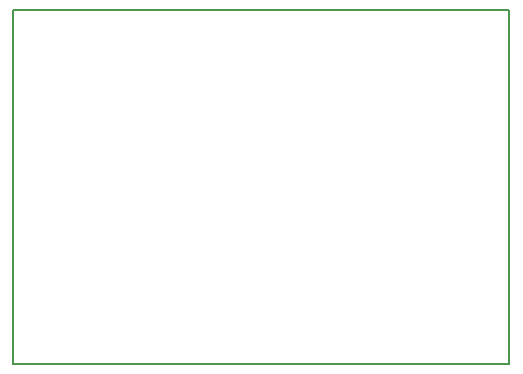
<source format=gm1>
G04 #@! TF.GenerationSoftware,KiCad,Pcbnew,(2017-01-24 revision 0b6147e)-makepkg*
G04 #@! TF.CreationDate,2018-02-06T10:22:29-08:00*
G04 #@! TF.ProjectId,sx1238RfModule,73783132333852664D6F64756C652E6B,rev?*
G04 #@! TF.FileFunction,Profile,NP*
%FSLAX46Y46*%
G04 Gerber Fmt 4.6, Leading zero omitted, Abs format (unit mm)*
G04 Created by KiCad (PCBNEW (2017-01-24 revision 0b6147e)-makepkg) date 02/06/18 10:22:29*
%MOMM*%
%LPD*%
G01*
G04 APERTURE LIST*
%ADD10C,0.100000*%
%ADD11C,0.150000*%
G04 APERTURE END LIST*
D10*
D11*
X88610000Y-82620000D02*
X88610000Y-82620000D01*
X88610000Y-112620000D02*
X88610000Y-82620000D01*
X130610000Y-112620000D02*
X88610000Y-112620000D01*
X130610000Y-82620000D02*
X130610000Y-112620000D01*
X88610000Y-82620000D02*
X130610000Y-82620000D01*
M02*

</source>
